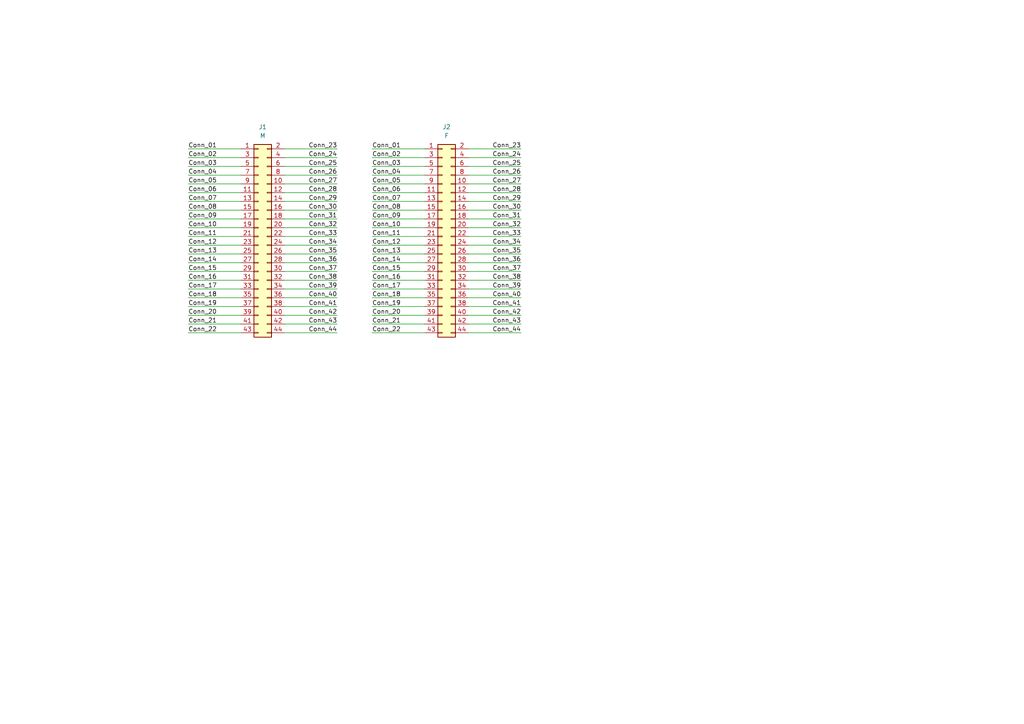
<source format=kicad_sch>
(kicad_sch (version 20231120) (generator "eeschema") (generator_version "8.0")
  (paper "A4")
  (lib_symbols
    (symbol "Connector_Generic:Conn_02x22_Odd_Even" (pin_names (offset 1.016) hide)
      (property "Reference" "J" (at 1.27 27.94 0))
      (property "Value" "Conn_02x22_Odd_Even" (at 1.27 -30.48 0))
      (symbol "Conn_02x22_Odd_Even_1_1"
        (rectangle (start -1.27 -27.813) (end 0 -28.067) (stroke (width 0.1524)))
        (rectangle (start -1.27 -25.273) (end 0 -25.527) (stroke (width 0.1524)))
        (rectangle (start -1.27 -22.733) (end 0 -22.987) (stroke (width 0.1524)))
        (rectangle (start -1.27 -20.193) (end 0 -20.447) (stroke (width 0.1524)))
        (rectangle (start -1.27 -17.653) (end 0 -17.907) (stroke (width 0.1524)))
        (rectangle (start -1.27 -15.113) (end 0 -15.367) (stroke (width 0.1524)))
        (rectangle (start -1.27 -12.573) (end 0 -12.827) (stroke (width 0.1524)))
        (rectangle (start -1.27 -10.033) (end 0 -10.287) (stroke (width 0.1524)))
        (rectangle (start -1.27 -7.493) (end 0 -7.747) (stroke (width 0.1524)))
        (rectangle (start -1.27 -4.953) (end 0 -5.207) (stroke (width 0.1524)))
        (rectangle (start -1.27 -2.413) (end 0 -2.667) (stroke (width 0.1524)))
        (rectangle (start -1.27 0.127) (end 0 -0.127) (stroke (width 0.1524)))
        (rectangle (start -1.27 2.667) (end 0 2.413) (stroke (width 0.1524)))
        (rectangle (start -1.27 5.207) (end 0 4.953) (stroke (width 0.1524)))
        (rectangle (start -1.27 7.747) (end 0 7.493) (stroke (width 0.1524)))
        (rectangle (start -1.27 10.287) (end 0 10.033) (stroke (width 0.1524)))
        (rectangle (start -1.27 12.827) (end 0 12.573) (stroke (width 0.1524)))
        (rectangle (start -1.27 15.367) (end 0 15.113) (stroke (width 0.1524)))
        (rectangle (start -1.27 17.907) (end 0 17.653) (stroke (width 0.1524)))
        (rectangle (start -1.27 20.447) (end 0 20.193) (stroke (width 0.1524)))
        (rectangle (start -1.27 22.987) (end 0 22.733) (stroke (width 0.1524)))
        (rectangle (start -1.27 25.527) (end 0 25.273) (stroke (width 0.1524)))
        (rectangle (start -1.27 26.67) (end 3.81 -29.21) (stroke (width 0.254)) (fill (type background)))
        (rectangle (start 3.81 -27.813) (end 2.54 -28.067) (stroke (width 0.1524)))
        (rectangle (start 3.81 -25.273) (end 2.54 -25.527) (stroke (width 0.1524)))
        (rectangle (start 3.81 -22.733) (end 2.54 -22.987) (stroke (width 0.1524)))
        (rectangle (start 3.81 -20.193) (end 2.54 -20.447) (stroke (width 0.1524)))
        (rectangle (start 3.81 -17.653) (end 2.54 -17.907) (stroke (width 0.1524)))
        (rectangle (start 3.81 -15.113) (end 2.54 -15.367) (stroke (width 0.1524)))
        (rectangle (start 3.81 -12.573) (end 2.54 -12.827) (stroke (width 0.1524)))
        (rectangle (start 3.81 -10.033) (end 2.54 -10.287) (stroke (width 0.1524)))
        (rectangle (start 3.81 -7.493) (end 2.54 -7.747) (stroke (width 0.1524)))
        (rectangle (start 3.81 -4.953) (end 2.54 -5.207) (stroke (width 0.1524)))
        (rectangle (start 3.81 -2.413) (end 2.54 -2.667) (stroke (width 0.1524)))
        (rectangle (start 3.81 0.127) (end 2.54 -0.127) (stroke (width 0.1524)))
        (rectangle (start 3.81 2.667) (end 2.54 2.413) (stroke (width 0.1524)))
        (rectangle (start 3.81 5.207) (end 2.54 4.953) (stroke (width 0.1524)))
        (rectangle (start 3.81 7.747) (end 2.54 7.493) (stroke (width 0.1524)))
        (rectangle (start 3.81 10.287) (end 2.54 10.033) (stroke (width 0.1524)))
        (rectangle (start 3.81 12.827) (end 2.54 12.573) (stroke (width 0.1524)))
        (rectangle (start 3.81 15.367) (end 2.54 15.113) (stroke (width 0.1524)))
        (rectangle (start 3.81 17.907) (end 2.54 17.653) (stroke (width 0.1524)))
        (rectangle (start 3.81 20.447) (end 2.54 20.193) (stroke (width 0.1524)))
        (rectangle (start 3.81 22.987) (end 2.54 22.733) (stroke (width 0.1524)))
        (rectangle (start 3.81 25.527) (end 2.54 25.273) (stroke (width 0.1524)))
        (pin passive line (at -5.08 25.4 0) (length 3.81) (name "Pin_1") (number "1"))
        (pin passive line (at 7.62 15.24 180) (length 3.81) (name "Pin_10") (number "10"))
        (pin passive line (at -5.08 12.7 0) (length 3.81) (name "Pin_11") (number "11"))
        (pin passive line (at 7.62 12.7 180) (length 3.81) (name "Pin_12") (number "12"))
        (pin passive line (at -5.08 10.16 0) (length 3.81) (name "Pin_13") (number "13"))
        (pin passive line (at 7.62 10.16 180) (length 3.81) (name "Pin_14") (number "14"))
        (pin passive line (at -5.08 7.62 0) (length 3.81) (name "Pin_15") (number "15"))
        (pin passive line (at 7.62 7.62 180) (length 3.81) (name "Pin_16") (number "16"))
        (pin passive line (at -5.08 5.08 0) (length 3.81) (name "Pin_17") (number "17"))
        (pin passive line (at 7.62 5.08 180) (length 3.81) (name "Pin_18") (number "18"))
        (pin passive line (at -5.08 2.54 0) (length 3.81) (name "Pin_19") (number "19"))
        (pin passive line (at 7.62 25.4 180) (length 3.81) (name "Pin_2") (number "2"))
        (pin passive line (at 7.62 2.54 180) (length 3.81) (name "Pin_20") (number "20"))
        (pin passive line (at -5.08 0 0) (length 3.81) (name "Pin_21") (number "21"))
        (pin passive line (at 7.62 0 180) (length 3.81) (name "Pin_22") (number "22"))
        (pin passive line (at -5.08 -2.54 0) (length 3.81) (name "Pin_23") (number "23"))
        (pin passive line (at 7.62 -2.54 180) (length 3.81) (name "Pin_24") (number "24"))
        (pin passive line (at -5.08 -5.08 0) (length 3.81) (name "Pin_25") (number "25"))
        (pin passive line (at 7.62 -5.08 180) (length 3.81) (name "Pin_26") (number "26"))
        (pin passive line (at -5.08 -7.62 0) (length 3.81) (name "Pin_27") (number "27"))
        (pin passive line (at 7.62 -7.62 180) (length 3.81) (name "Pin_28") (number "28"))
        (pin passive line (at -5.08 -10.16 0) (length 3.81) (name "Pin_29") (number "29"))
        (pin passive line (at -5.08 22.86 0) (length 3.81) (name "Pin_3") (number "3"))
        (pin passive line (at 7.62 -10.16 180) (length 3.81) (name "Pin_30") (number "30"))
        (pin passive line (at -5.08 -12.7 0) (length 3.81) (name "Pin_31") (number "31"))
        (pin passive line (at 7.62 -12.7 180) (length 3.81) (name "Pin_32") (number "32"))
        (pin passive line (at -5.08 -15.24 0) (length 3.81) (name "Pin_33") (number "33"))
        (pin passive line (at 7.62 -15.24 180) (length 3.81) (name "Pin_34") (number "34"))
        (pin passive line (at -5.08 -17.78 0) (length 3.81) (name "Pin_35") (number "35"))
        (pin passive line (at 7.62 -17.78 180) (length 3.81) (name "Pin_36") (number "36"))
        (pin passive line (at -5.08 -20.32 0) (length 3.81) (name "Pin_37") (number "37"))
        (pin passive line (at 7.62 -20.32 180) (length 3.81) (name "Pin_38") (number "38"))
        (pin passive line (at -5.08 -22.86 0) (length 3.81) (name "Pin_39") (number "39"))
        (pin passive line (at 7.62 22.86 180) (length 3.81) (name "Pin_4") (number "4"))
        (pin passive line (at 7.62 -22.86 180) (length 3.81) (name "Pin_40") (number "40"))
        (pin passive line (at -5.08 -25.4 0) (length 3.81) (name "Pin_41") (number "41"))
        (pin passive line (at 7.62 -25.4 180) (length 3.81) (name "Pin_42") (number "42"))
        (pin passive line (at -5.08 -27.94 0) (length 3.81) (name "Pin_43") (number "43"))
        (pin passive line (at 7.62 -27.94 180) (length 3.81) (name "Pin_44") (number "44"))
        (pin passive line (at -5.08 20.32 0) (length 3.81) (name "Pin_5") (number "5"))
        (pin passive line (at 7.62 20.32 180) (length 3.81) (name "Pin_6") (number "6"))
        (pin passive line (at -5.08 17.78 0) (length 3.81) (name "Pin_7") (number "7"))
        (pin passive line (at 7.62 17.78 180) (length 3.81) (name "Pin_8") (number "8"))
        (pin passive line (at -5.08 15.24 0) (length 3.81) (name "Pin_9") (number "9"))
      )
    )
  )
  (wire (pts (xy 135.89 43.18) (xy 151.13 43.18)))
  (wire (pts (xy 107.95 55.88) (xy 123.19 55.88)))
  (wire (pts (xy 82.55 93.98) (xy 97.79 93.98)))
  (wire (pts (xy 54.61 63.5) (xy 69.85 63.5)))
  (wire (pts (xy 135.89 78.74) (xy 151.13 78.74)))
  (wire (pts (xy 54.61 71.12) (xy 69.85 71.12)))
  (wire (pts (xy 82.55 45.72) (xy 97.79 45.72)))
  (wire (pts (xy 54.61 45.72) (xy 69.85 45.72)))
  (wire (pts (xy 135.89 58.42) (xy 151.13 58.42)))
  (wire (pts (xy 82.55 88.9) (xy 97.79 88.9)))
  (wire (pts (xy 135.89 60.96) (xy 151.13 60.96)))
  (wire (pts (xy 82.55 68.58) (xy 97.79 68.58)))
  (wire (pts (xy 135.89 55.88) (xy 151.13 55.88)))
  (wire (pts (xy 82.55 81.28) (xy 97.79 81.28)))
  (wire (pts (xy 107.95 66.04) (xy 123.19 66.04)))
  (wire (pts (xy 82.55 66.04) (xy 97.79 66.04)))
  (wire (pts (xy 135.89 50.8) (xy 151.13 50.8)))
  (wire (pts (xy 107.95 53.34) (xy 123.19 53.34)))
  (wire (pts (xy 135.89 96.52) (xy 151.13 96.52)))
  (wire (pts (xy 82.55 71.12) (xy 97.79 71.12)))
  (wire (pts (xy 82.55 78.74) (xy 97.79 78.74)))
  (wire (pts (xy 107.95 88.9) (xy 123.19 88.9)))
  (wire (pts (xy 82.55 60.96) (xy 97.79 60.96)))
  (wire (pts (xy 107.95 96.52) (xy 123.19 96.52)))
  (wire (pts (xy 54.61 86.36) (xy 69.85 86.36)))
  (wire (pts (xy 135.89 63.5) (xy 151.13 63.5)))
  (wire (pts (xy 107.95 93.98) (xy 123.19 93.98)))
  (wire (pts (xy 135.89 48.26) (xy 151.13 48.26)))
  (wire (pts (xy 54.61 88.9) (xy 69.85 88.9)))
  (wire (pts (xy 54.61 96.52) (xy 69.85 96.52)))
  (wire (pts (xy 54.61 53.34) (xy 69.85 53.34)))
  (wire (pts (xy 107.95 71.12) (xy 123.19 71.12)))
  (wire (pts (xy 54.61 48.26) (xy 69.85 48.26)))
  (wire (pts (xy 107.95 48.26) (xy 123.19 48.26)))
  (wire (pts (xy 54.61 81.28) (xy 69.85 81.28)))
  (wire (pts (xy 82.55 76.2) (xy 97.79 76.2)))
  (wire (pts (xy 135.89 66.04) (xy 151.13 66.04)))
  (wire (pts (xy 107.95 50.8) (xy 123.19 50.8)))
  (wire (pts (xy 107.95 83.82) (xy 123.19 83.82)))
  (wire (pts (xy 82.55 83.82) (xy 97.79 83.82)))
  (wire (pts (xy 135.89 71.12) (xy 151.13 71.12)))
  (wire (pts (xy 135.89 91.44) (xy 151.13 91.44)))
  (wire (pts (xy 107.95 76.2) (xy 123.19 76.2)))
  (wire (pts (xy 135.89 73.66) (xy 151.13 73.66)))
  (wire (pts (xy 82.55 91.44) (xy 97.79 91.44)))
  (wire (pts (xy 82.55 53.34) (xy 97.79 53.34)))
  (wire (pts (xy 107.95 73.66) (xy 123.19 73.66)))
  (wire (pts (xy 107.95 63.5) (xy 123.19 63.5)))
  (wire (pts (xy 54.61 83.82) (xy 69.85 83.82)))
  (wire (pts (xy 135.89 86.36) (xy 151.13 86.36)))
  (wire (pts (xy 82.55 86.36) (xy 97.79 86.36)))
  (wire (pts (xy 54.61 55.88) (xy 69.85 55.88)))
  (wire (pts (xy 135.89 81.28) (xy 151.13 81.28)))
  (wire (pts (xy 82.55 50.8) (xy 97.79 50.8)))
  (wire (pts (xy 54.61 78.74) (xy 69.85 78.74)))
  (wire (pts (xy 107.95 81.28) (xy 123.19 81.28)))
  (wire (pts (xy 82.55 55.88) (xy 97.79 55.88)))
  (wire (pts (xy 54.61 58.42) (xy 69.85 58.42)))
  (wire (pts (xy 82.55 96.52) (xy 97.79 96.52)))
  (wire (pts (xy 135.89 53.34) (xy 151.13 53.34)))
  (wire (pts (xy 82.55 63.5) (xy 97.79 63.5)))
  (wire (pts (xy 107.95 68.58) (xy 123.19 68.58)))
  (wire (pts (xy 82.55 73.66) (xy 97.79 73.66)))
  (wire (pts (xy 135.89 68.58) (xy 151.13 68.58)))
  (wire (pts (xy 82.55 43.18) (xy 97.79 43.18)))
  (wire (pts (xy 54.61 60.96) (xy 69.85 60.96)))
  (wire (pts (xy 82.55 48.26) (xy 97.79 48.26)))
  (wire (pts (xy 135.89 88.9) (xy 151.13 88.9)))
  (wire (pts (xy 107.95 58.42) (xy 123.19 58.42)))
  (wire (pts (xy 82.55 58.42) (xy 97.79 58.42)))
  (wire (pts (xy 54.61 76.2) (xy 69.85 76.2)))
  (wire (pts (xy 54.61 93.98) (xy 69.85 93.98)))
  (wire (pts (xy 107.95 45.72) (xy 123.19 45.72)))
  (wire (pts (xy 107.95 78.74) (xy 123.19 78.74)))
  (wire (pts (xy 107.95 43.18) (xy 123.19 43.18)))
  (wire (pts (xy 135.89 45.72) (xy 151.13 45.72)))
  (wire (pts (xy 135.89 76.2) (xy 151.13 76.2)))
  (wire (pts (xy 135.89 93.98) (xy 151.13 93.98)))
  (wire (pts (xy 54.61 66.04) (xy 69.85 66.04)))
  (wire (pts (xy 54.61 91.44) (xy 69.85 91.44)))
  (wire (pts (xy 107.95 91.44) (xy 123.19 91.44)))
  (wire (pts (xy 54.61 43.18) (xy 69.85 43.18)))
  (wire (pts (xy 107.95 86.36) (xy 123.19 86.36)))
  (wire (pts (xy 54.61 68.58) (xy 69.85 68.58)))
  (wire (pts (xy 54.61 73.66) (xy 69.85 73.66)))
  (wire (pts (xy 54.61 50.8) (xy 69.85 50.8)))
  (wire (pts (xy 107.95 60.96) (xy 123.19 60.96)))
  (wire (pts (xy 135.89 83.82) (xy 151.13 83.82)))
  (label "Conn_23" (at 97.79 43.18 180))
  (label "Conn_08" (at 107.95 60.96 0))
  (label "Conn_31" (at 97.79 63.5 180))
  (label "Conn_20" (at 107.95 91.44 0))
  (label "Conn_38" (at 97.79 81.28 180))
  (label "Conn_34" (at 151.13 71.12 180))
  (label "Conn_04" (at 107.95 50.8 0))
  (label "Conn_31" (at 151.13 63.5 180))
  (label "Conn_25" (at 97.79 48.26 180))
  (label "Conn_16" (at 54.61 81.28 0))
  (label "Conn_13" (at 54.61 73.66 0))
  (label "Conn_15" (at 107.95 78.74 0))
  (label "Conn_06" (at 54.61 55.88 0))
  (label "Conn_03" (at 107.95 48.26 0))
  (label "Conn_02" (at 107.95 45.72 0))
  (label "Conn_18" (at 107.95 86.36 0))
  (label "Conn_42" (at 97.79 91.44 180))
  (label "Conn_36" (at 151.13 76.2 180))
  (label "Conn_32" (at 97.79 66.04 180))
  (label "Conn_13" (at 107.95 73.66 0))
  (label "Conn_10" (at 107.95 66.04 0))
  (label "Conn_04" (at 54.61 50.8 0))
  (label "Conn_29" (at 97.79 58.42 180))
  (label "Conn_26" (at 97.79 50.8 180))
  (label "Conn_41" (at 97.79 88.9 180))
  (label "Conn_37" (at 97.79 78.74 180))
  (label "Conn_37" (at 151.13 78.74 180))
  (label "Conn_24" (at 97.79 45.72 180))
  (label "Conn_01" (at 107.95 43.18 0))
  (label "Conn_28" (at 97.79 55.88 180))
  (label "Conn_20" (at 54.61 91.44 0))
  (label "Conn_28" (at 151.13 55.88 180))
  (label "Conn_09" (at 107.95 63.5 0))
  (label "Conn_35" (at 151.13 73.66 180))
  (label "Conn_06" (at 107.95 55.88 0))
  (label "Conn_26" (at 151.13 50.8 180))
  (label "Conn_32" (at 151.13 66.04 180))
  (label "Conn_44" (at 97.79 96.52 180))
  (label "Conn_33" (at 97.79 68.58 180))
  (label "Conn_30" (at 151.13 60.96 180))
  (label "Conn_21" (at 54.61 93.98 0))
  (label "Conn_05" (at 54.61 53.34 0))
  (label "Conn_41" (at 151.13 88.9 180))
  (label "Conn_39" (at 97.79 83.82 180))
  (label "Conn_01" (at 54.61 43.18 0))
  (label "Conn_14" (at 54.61 76.2 0))
  (label "Conn_19" (at 107.95 88.9 0))
  (label "Conn_33" (at 151.13 68.58 180))
  (label "Conn_19" (at 54.61 88.9 0))
  (label "Conn_16" (at 107.95 81.28 0))
  (label "Conn_07" (at 54.61 58.42 0))
  (label "Conn_22" (at 107.95 96.52 0))
  (label "Conn_12" (at 107.95 71.12 0))
  (label "Conn_12" (at 54.61 71.12 0))
  (label "Conn_30" (at 97.79 60.96 180))
  (label "Conn_24" (at 151.13 45.72 180))
  (label "Conn_17" (at 54.61 83.82 0))
  (label "Conn_05" (at 107.95 53.34 0))
  (label "Conn_29" (at 151.13 58.42 180))
  (label "Conn_08" (at 54.61 60.96 0))
  (label "Conn_10" (at 54.61 66.04 0))
  (label "Conn_02" (at 54.61 45.72 0))
  (label "Conn_25" (at 151.13 48.26 180))
  (label "Conn_23" (at 151.13 43.18 180))
  (label "Conn_39" (at 151.13 83.82 180))
  (label "Conn_14" (at 107.95 76.2 0))
  (label "Conn_40" (at 151.13 86.36 180))
  (label "Conn_11" (at 107.95 68.58 0))
  (label "Conn_15" (at 54.61 78.74 0))
  (label "Conn_22" (at 54.61 96.52 0))
  (label "Conn_43" (at 151.13 93.98 180))
  (label "Conn_07" (at 107.95 58.42 0))
  (label "Conn_35" (at 97.79 73.66 180))
  (label "Conn_36" (at 97.79 76.2 180))
  (label "Conn_17" (at 107.95 83.82 0))
  (label "Conn_09" (at 54.61 63.5 0))
  (label "Conn_03" (at 54.61 48.26 0))
  (label "Conn_34" (at 97.79 71.12 180))
  (label "Conn_43" (at 97.79 93.98 180))
  (label "Conn_27" (at 97.79 53.34 180))
  (label "Conn_18" (at 54.61 86.36 0))
  (label "Conn_44" (at 151.13 96.52 180))
  (label "Conn_27" (at 151.13 53.34 180))
  (label "Conn_21" (at 107.95 93.98 0))
  (label "Conn_38" (at 151.13 81.28 180))
  (label "Conn_11" (at 54.61 68.58 0))
  (label "Conn_42" (at 151.13 91.44 180))
  (label "Conn_40" (at 97.79 86.36 180))
  (symbol (lib_id "Connector_Generic:Conn_02x22_Odd_Even") (at 128.27 68.58 0) (unit 1)
    (property "Reference" "J2" (at 129.54 36.83 0))
    (property "Value" "F" (at 129.54 39.37 0))
    (property "Footprint" "Connector_PinSocket_2.00mm:PinSocket_2x22_P2.00mm_Vertical" (effects (hide yes)))
    (property "Description" "Generic connector, double row, 02x22, odd/even pin numbering scheme (row 1 odd numbers, row 2 even numbers), script generated (kicad-library-utils/schlib/autogen/connector/)" (effects (hide yes)))
  )
  (symbol (lib_id "Connector_Generic:Conn_02x22_Odd_Even") (at 74.93 68.58 0) (unit 1)
    (property "Reference" "J1" (at 76.2 36.83 0))
    (property "Value" "M" (at 76.2 39.37 0))
    (property "Footprint" "Connector_PinHeader_2.00mm:PinHeader_2x22_P2.00mm_Horizontal" (effects (hide yes)))
    (property "Description" "Generic connector, double row, 02x22, odd/even pin numbering scheme (row 1 odd numbers, row 2 even numbers), script generated (kicad-library-utils/schlib/autogen/connector/)" (effects (hide yes)))
  )
)
</source>
